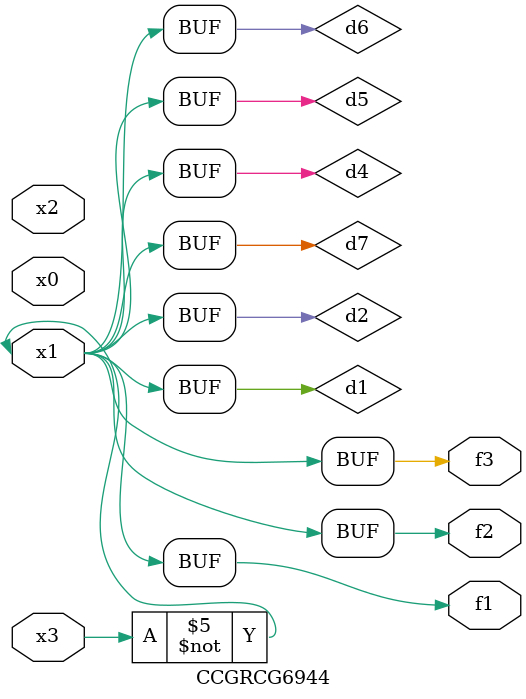
<source format=v>
module CCGRCG6944(
	input x0, x1, x2, x3,
	output f1, f2, f3
);

	wire d1, d2, d3, d4, d5, d6, d7;

	not (d1, x3);
	buf (d2, x1);
	xnor (d3, d1, d2);
	nor (d4, d1);
	buf (d5, d1, d2);
	buf (d6, d4, d5);
	nand (d7, d4);
	assign f1 = d6;
	assign f2 = d7;
	assign f3 = d6;
endmodule

</source>
